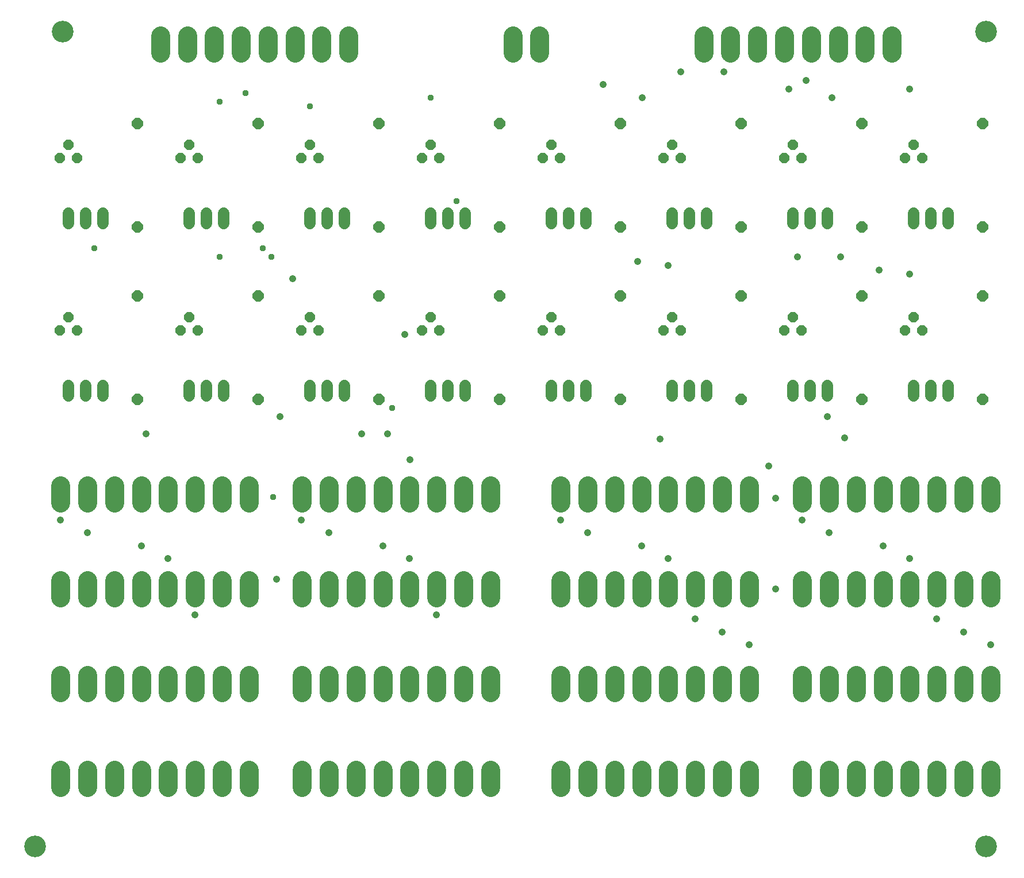
<source format=gbr>
G04 EAGLE Gerber RS-274X export*
G75*
%MOMM*%
%FSLAX34Y34*%
%LPD*%
%INSoldermask Bottom*%
%IPPOS*%
%AMOC8*
5,1,8,0,0,1.08239X$1,22.5*%
G01*
%ADD10C,3.203200*%
%ADD11P,1.649562X8X22.500000*%
%ADD12C,1.727200*%
%ADD13P,1.759533X8X292.500000*%
%ADD14C,2.753200*%
%ADD15C,1.059600*%
%ADD16C,0.959600*%


D10*
X1451362Y1243700D03*
X91362Y1243700D03*
X51362Y43700D03*
X1451362Y43700D03*
D11*
X112962Y1057800D03*
X100262Y1076850D03*
X87562Y1057800D03*
D12*
X506662Y976520D02*
X506662Y961280D01*
X481262Y961280D02*
X481262Y976520D01*
X455862Y976520D02*
X455862Y961280D01*
D11*
X1179762Y1057800D03*
X1167062Y1076850D03*
X1154362Y1057800D03*
D12*
X1217862Y976520D02*
X1217862Y961280D01*
X1192462Y961280D02*
X1192462Y976520D01*
X1167062Y976520D02*
X1167062Y961280D01*
D11*
X646362Y1057800D03*
X633662Y1076850D03*
X620962Y1057800D03*
D12*
X684462Y976520D02*
X684462Y961280D01*
X659062Y961280D02*
X659062Y976520D01*
X633662Y976520D02*
X633662Y961280D01*
D11*
X1357562Y1057800D03*
X1344862Y1076850D03*
X1332162Y1057800D03*
D12*
X1395662Y976520D02*
X1395662Y961280D01*
X1370262Y961280D02*
X1370262Y976520D01*
X1344862Y976520D02*
X1344862Y961280D01*
D11*
X112962Y803800D03*
X100262Y822850D03*
X87562Y803800D03*
D12*
X151062Y722520D02*
X151062Y707280D01*
X125662Y707280D02*
X125662Y722520D01*
X100262Y722520D02*
X100262Y707280D01*
D11*
X824162Y803800D03*
X811462Y822850D03*
X798762Y803800D03*
D12*
X151062Y961280D02*
X151062Y976520D01*
X125662Y976520D02*
X125662Y961280D01*
X100262Y961280D02*
X100262Y976520D01*
X862262Y722520D02*
X862262Y707280D01*
X836862Y707280D02*
X836862Y722520D01*
X811462Y722520D02*
X811462Y707280D01*
D11*
X290762Y803800D03*
X278062Y822850D03*
X265362Y803800D03*
D12*
X328862Y722520D02*
X328862Y707280D01*
X303462Y707280D02*
X303462Y722520D01*
X278062Y722520D02*
X278062Y707280D01*
D11*
X1001962Y803800D03*
X989262Y822850D03*
X976562Y803800D03*
D12*
X1040062Y722520D02*
X1040062Y707280D01*
X1014662Y707280D02*
X1014662Y722520D01*
X989262Y722520D02*
X989262Y707280D01*
D11*
X468562Y803800D03*
X455862Y822850D03*
X443162Y803800D03*
D12*
X506662Y722520D02*
X506662Y707280D01*
X481262Y707280D02*
X481262Y722520D01*
X455862Y722520D02*
X455862Y707280D01*
D11*
X1179762Y803800D03*
X1167062Y822850D03*
X1154362Y803800D03*
D12*
X1217862Y722520D02*
X1217862Y707280D01*
X1192462Y707280D02*
X1192462Y722520D01*
X1167062Y722520D02*
X1167062Y707280D01*
D11*
X646362Y803800D03*
X633662Y822850D03*
X620962Y803800D03*
X824162Y1057800D03*
X811462Y1076850D03*
X798762Y1057800D03*
D12*
X684462Y722520D02*
X684462Y707280D01*
X659062Y707280D02*
X659062Y722520D01*
X633662Y722520D02*
X633662Y707280D01*
D11*
X1357562Y803800D03*
X1344862Y822850D03*
X1332162Y803800D03*
D12*
X1395662Y722520D02*
X1395662Y707280D01*
X1370262Y707280D02*
X1370262Y722520D01*
X1344862Y722520D02*
X1344862Y707280D01*
X862262Y961280D02*
X862262Y976520D01*
X836862Y976520D02*
X836862Y961280D01*
X811462Y961280D02*
X811462Y976520D01*
D11*
X290762Y1057800D03*
X278062Y1076850D03*
X265362Y1057800D03*
D12*
X328862Y976520D02*
X328862Y961280D01*
X303462Y961280D02*
X303462Y976520D01*
X278062Y976520D02*
X278062Y961280D01*
D11*
X1001962Y1057800D03*
X989262Y1076850D03*
X976562Y1057800D03*
D12*
X1040062Y976520D02*
X1040062Y961280D01*
X1014662Y961280D02*
X1014662Y976520D01*
X989262Y976520D02*
X989262Y961280D01*
D11*
X468562Y1057800D03*
X455862Y1076850D03*
X443162Y1057800D03*
D13*
X557462Y1108600D03*
X557462Y956200D03*
X1268662Y1108600D03*
X1268662Y956200D03*
X735262Y1108600D03*
X735262Y956200D03*
X1446462Y1108600D03*
X1446462Y956200D03*
X201862Y854600D03*
X201862Y702200D03*
X201862Y1108600D03*
X201862Y956200D03*
X913062Y854600D03*
X913062Y702200D03*
X379662Y854600D03*
X379662Y702200D03*
X1090862Y854600D03*
X1090862Y702200D03*
X557462Y854600D03*
X557462Y702200D03*
X1268662Y854600D03*
X1268662Y702200D03*
X735262Y854600D03*
X735262Y702200D03*
X1446462Y854600D03*
X1446462Y702200D03*
X913062Y1108600D03*
X913062Y956200D03*
X379662Y1108600D03*
X379662Y956200D03*
X1090862Y1108600D03*
X1090862Y956200D03*
D14*
X235462Y1212750D02*
X235462Y1238250D01*
X275062Y1238250D02*
X275062Y1212750D01*
X314662Y1212750D02*
X314662Y1238250D01*
X354262Y1238250D02*
X354262Y1212750D01*
X393862Y1212750D02*
X393862Y1238250D01*
X433462Y1238250D02*
X433462Y1212750D01*
X473062Y1212750D02*
X473062Y1238250D01*
X512662Y1238250D02*
X512662Y1212750D01*
X1035462Y1212750D02*
X1035462Y1238250D01*
X1075062Y1238250D02*
X1075062Y1212750D01*
X1114662Y1212750D02*
X1114662Y1238250D01*
X1154262Y1238250D02*
X1154262Y1212750D01*
X1193862Y1212750D02*
X1193862Y1238250D01*
X1233462Y1238250D02*
X1233462Y1212750D01*
X1273062Y1212750D02*
X1273062Y1238250D01*
X1312662Y1238250D02*
X1312662Y1212750D01*
X1180862Y575250D02*
X1180862Y549750D01*
X1220462Y549750D02*
X1220462Y575250D01*
X1260062Y575250D02*
X1260062Y549750D01*
X1299662Y549750D02*
X1299662Y575250D01*
X1339262Y575250D02*
X1339262Y549750D01*
X1378862Y549750D02*
X1378862Y575250D01*
X1418462Y575250D02*
X1418462Y549750D01*
X1458062Y549750D02*
X1458062Y575250D01*
X1180862Y435550D02*
X1180862Y410050D01*
X1220462Y410050D02*
X1220462Y435550D01*
X1260062Y435550D02*
X1260062Y410050D01*
X1299662Y410050D02*
X1299662Y435550D01*
X1339262Y435550D02*
X1339262Y410050D01*
X1378862Y410050D02*
X1378862Y435550D01*
X1418462Y435550D02*
X1418462Y410050D01*
X1458062Y410050D02*
X1458062Y435550D01*
X1180862Y295850D02*
X1180862Y270350D01*
X1220462Y270350D02*
X1220462Y295850D01*
X1260062Y295850D02*
X1260062Y270350D01*
X1299662Y270350D02*
X1299662Y295850D01*
X1339262Y295850D02*
X1339262Y270350D01*
X1378862Y270350D02*
X1378862Y295850D01*
X1418462Y295850D02*
X1418462Y270350D01*
X1458062Y270350D02*
X1458062Y295850D01*
X1180862Y156150D02*
X1180862Y130650D01*
X1220462Y130650D02*
X1220462Y156150D01*
X1260062Y156150D02*
X1260062Y130650D01*
X1299662Y130650D02*
X1299662Y156150D01*
X1339262Y156150D02*
X1339262Y130650D01*
X1378862Y130650D02*
X1378862Y156150D01*
X1418462Y156150D02*
X1418462Y130650D01*
X1458062Y130650D02*
X1458062Y156150D01*
X825262Y156150D02*
X825262Y130650D01*
X864862Y130650D02*
X864862Y156150D01*
X904462Y156150D02*
X904462Y130650D01*
X944062Y130650D02*
X944062Y156150D01*
X983662Y156150D02*
X983662Y130650D01*
X1023262Y130650D02*
X1023262Y156150D01*
X1062862Y156150D02*
X1062862Y130650D01*
X1102462Y130650D02*
X1102462Y156150D01*
X825262Y270350D02*
X825262Y295850D01*
X864862Y295850D02*
X864862Y270350D01*
X904462Y270350D02*
X904462Y295850D01*
X944062Y295850D02*
X944062Y270350D01*
X983662Y270350D02*
X983662Y295850D01*
X1023262Y295850D02*
X1023262Y270350D01*
X1062862Y270350D02*
X1062862Y295850D01*
X1102462Y295850D02*
X1102462Y270350D01*
X825262Y410050D02*
X825262Y435550D01*
X864862Y435550D02*
X864862Y410050D01*
X904462Y410050D02*
X904462Y435550D01*
X944062Y435550D02*
X944062Y410050D01*
X983662Y410050D02*
X983662Y435550D01*
X1023262Y435550D02*
X1023262Y410050D01*
X1062862Y410050D02*
X1062862Y435550D01*
X1102462Y435550D02*
X1102462Y410050D01*
X825262Y549750D02*
X825262Y575250D01*
X864862Y575250D02*
X864862Y549750D01*
X904462Y549750D02*
X904462Y575250D01*
X944062Y575250D02*
X944062Y549750D01*
X983662Y549750D02*
X983662Y575250D01*
X1023262Y575250D02*
X1023262Y549750D01*
X1062862Y549750D02*
X1062862Y575250D01*
X1102462Y575250D02*
X1102462Y549750D01*
X754262Y1212750D02*
X754262Y1238250D01*
X793862Y1238250D02*
X793862Y1212750D01*
X88662Y575250D02*
X88662Y549750D01*
X128262Y549750D02*
X128262Y575250D01*
X167862Y575250D02*
X167862Y549750D01*
X207462Y549750D02*
X207462Y575250D01*
X247062Y575250D02*
X247062Y549750D01*
X286662Y549750D02*
X286662Y575250D01*
X326262Y575250D02*
X326262Y549750D01*
X365862Y549750D02*
X365862Y575250D01*
X88662Y435550D02*
X88662Y410050D01*
X128262Y410050D02*
X128262Y435550D01*
X167862Y435550D02*
X167862Y410050D01*
X207462Y410050D02*
X207462Y435550D01*
X247062Y435550D02*
X247062Y410050D01*
X286662Y410050D02*
X286662Y435550D01*
X326262Y435550D02*
X326262Y410050D01*
X365862Y410050D02*
X365862Y435550D01*
X88662Y295850D02*
X88662Y270350D01*
X128262Y270350D02*
X128262Y295850D01*
X167862Y295850D02*
X167862Y270350D01*
X207462Y270350D02*
X207462Y295850D01*
X247062Y295850D02*
X247062Y270350D01*
X286662Y270350D02*
X286662Y295850D01*
X326262Y295850D02*
X326262Y270350D01*
X365862Y270350D02*
X365862Y295850D01*
X88662Y156150D02*
X88662Y130650D01*
X128262Y130650D02*
X128262Y156150D01*
X167862Y156150D02*
X167862Y130650D01*
X207462Y130650D02*
X207462Y156150D01*
X247062Y156150D02*
X247062Y130650D01*
X286662Y130650D02*
X286662Y156150D01*
X326262Y156150D02*
X326262Y130650D01*
X365862Y130650D02*
X365862Y156150D01*
X444262Y156150D02*
X444262Y130650D01*
X483862Y130650D02*
X483862Y156150D01*
X523462Y156150D02*
X523462Y130650D01*
X563062Y130650D02*
X563062Y156150D01*
X602662Y156150D02*
X602662Y130650D01*
X642262Y130650D02*
X642262Y156150D01*
X681862Y156150D02*
X681862Y130650D01*
X721462Y130650D02*
X721462Y156150D01*
X444262Y270350D02*
X444262Y295850D01*
X483862Y295850D02*
X483862Y270350D01*
X523462Y270350D02*
X523462Y295850D01*
X563062Y295850D02*
X563062Y270350D01*
X602662Y270350D02*
X602662Y295850D01*
X642262Y295850D02*
X642262Y270350D01*
X681862Y270350D02*
X681862Y295850D01*
X721462Y295850D02*
X721462Y270350D01*
X444262Y410050D02*
X444262Y435550D01*
X483862Y435550D02*
X483862Y410050D01*
X523462Y410050D02*
X523462Y435550D01*
X563062Y435550D02*
X563062Y410050D01*
X602662Y410050D02*
X602662Y435550D01*
X642262Y435550D02*
X642262Y410050D01*
X681862Y410050D02*
X681862Y435550D01*
X721462Y435550D02*
X721462Y410050D01*
X444262Y549750D02*
X444262Y575250D01*
X483862Y575250D02*
X483862Y549750D01*
X523462Y549750D02*
X523462Y575250D01*
X563062Y575250D02*
X563062Y549750D01*
X602662Y549750D02*
X602662Y575250D01*
X642262Y575250D02*
X642262Y549750D01*
X681862Y549750D02*
X681862Y575250D01*
X721462Y575250D02*
X721462Y549750D01*
D15*
X1131362Y603700D03*
X1141662Y422800D03*
X1141662Y556150D03*
X406912Y437350D03*
X532062Y651400D03*
X603062Y613300D03*
D16*
X576512Y689500D03*
X671762Y994300D03*
X402000Y558000D03*
D15*
X1338512Y886350D03*
X1294062Y892700D03*
X443162Y524400D03*
X88662Y524400D03*
X1102462Y340250D03*
X1458062Y340250D03*
X483862Y505350D03*
X128262Y505350D03*
D16*
X455862Y1134000D03*
X322512Y1140350D03*
D15*
X411412Y676800D03*
X430462Y880000D03*
X214562Y651400D03*
X1180862Y524400D03*
X825262Y524400D03*
X864862Y505350D03*
X1220462Y505350D03*
X1065462Y1184800D03*
X1001962Y1184800D03*
X971362Y643700D03*
X1243262Y645050D03*
X1160712Y1159400D03*
X1338512Y1159400D03*
D16*
X360612Y1153050D03*
X633662Y1146700D03*
D15*
X595562Y797450D03*
X570162Y651400D03*
X563062Y486300D03*
X207462Y486300D03*
X602662Y467250D03*
X247062Y467250D03*
D16*
X386012Y924450D03*
X138362Y924450D03*
X398712Y911750D03*
X322512Y911750D03*
D15*
X286662Y384700D03*
X642262Y384700D03*
X887662Y1165750D03*
X1186112Y1172100D03*
X983662Y467250D03*
X1339262Y467250D03*
X1224212Y1146700D03*
X944812Y1146700D03*
X982912Y899050D03*
X938462Y905400D03*
X1378862Y378350D03*
X1023262Y378350D03*
X1173412Y911750D03*
X1236912Y911750D03*
X1418462Y359300D03*
X1062862Y359300D03*
X1299662Y486300D03*
X944062Y486300D03*
X1217862Y676800D03*
M02*

</source>
